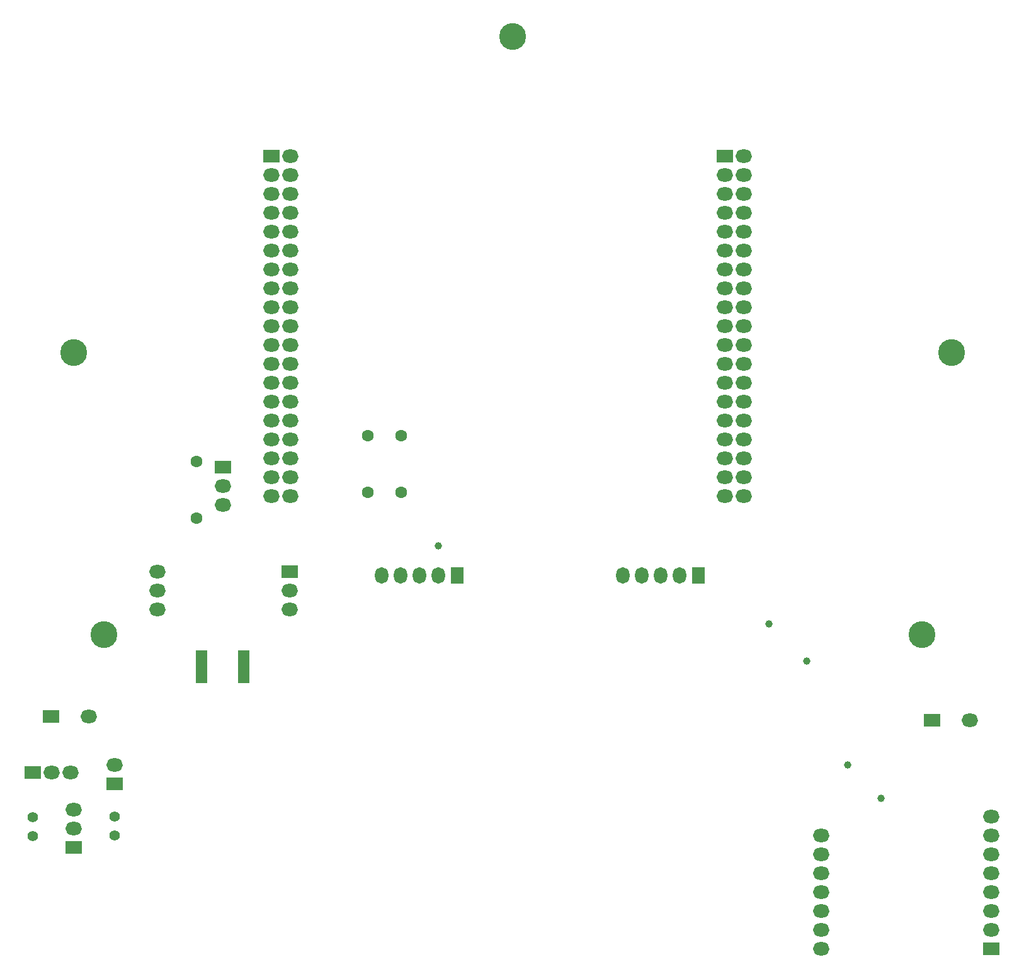
<source format=gbs>
%FSDAX23Y23*%
%MOIN*%
%SFA1B1*%

%IPPOS*%
%ADD11R,0.061000X0.173000*%
%ADD12R,0.071000X0.087000*%
%ADD13O,0.071000X0.087000*%
%ADD14R,0.087000X0.071000*%
%ADD15O,0.087000X0.071000*%
%ADD16C,0.063000*%
%ADD17R,0.087000X0.071000*%
%ADD18O,0.087000X0.071000*%
%ADD19C,0.142000*%
%ADD20C,0.055000*%
%ADD21C,0.039000*%
%LNbuoynode_pcb-1*%
%LPD*%
G54D11*
X-01647Y-00169D03*
X-01424D03*
G54D12*
X-00292Y00315D03*
X00984D03*
G54D13*
X-00392Y00315D03*
X-00492D03*
X-00592D03*
X-00692D03*
X00884D03*
X00784D03*
X00684D03*
X00584D03*
G54D14*
X02534Y-01663D03*
X-01278Y02534D03*
X01122D03*
X-02323Y-01124D03*
X-01181Y00335D03*
X-02444Y-00433D03*
X02221Y-00453D03*
X-02106Y-00789D03*
X-01535Y00887D03*
G54D15*
X02534Y-01563D03*
Y-01463D03*
Y-01363D03*
Y-01263D03*
Y-01163D03*
Y-01063D03*
Y-00963D03*
X01634Y-01663D03*
Y-01563D03*
Y-01463D03*
Y-01363D03*
Y-01263D03*
Y-01163D03*
Y-01063D03*
X-01178Y00734D03*
Y00834D03*
Y00934D03*
Y01034D03*
Y01134D03*
Y01234D03*
Y01334D03*
Y01434D03*
Y01534D03*
Y01634D03*
Y01734D03*
Y01834D03*
Y01934D03*
Y02034D03*
Y02134D03*
Y02234D03*
Y02334D03*
Y02434D03*
Y02534D03*
X-01278Y00734D03*
Y00834D03*
Y00934D03*
Y01034D03*
Y01134D03*
Y01234D03*
Y01334D03*
Y01434D03*
Y01534D03*
Y01634D03*
Y01734D03*
Y01834D03*
Y01934D03*
Y02034D03*
Y02134D03*
Y02234D03*
Y02334D03*
Y02434D03*
X01222Y02134D03*
Y01834D03*
Y01534D03*
Y01234D03*
Y02534D03*
Y02434D03*
Y02334D03*
Y02234D03*
Y02034D03*
Y01934D03*
Y01734D03*
Y01634D03*
Y01434D03*
Y01334D03*
Y01134D03*
Y01034D03*
Y00934D03*
Y00834D03*
Y00734D03*
X01122Y02134D03*
Y01834D03*
Y01534D03*
Y01234D03*
Y02434D03*
Y02334D03*
Y02234D03*
Y02034D03*
Y01934D03*
Y01734D03*
Y01634D03*
Y01434D03*
Y01334D03*
Y01134D03*
Y01034D03*
Y00934D03*
Y00834D03*
Y00734D03*
X-02323Y-01024D03*
Y-00924D03*
X-01181Y00235D03*
Y00135D03*
X-01881Y00335D03*
Y00235D03*
Y00135D03*
X-02244Y-00433D03*
X02421Y-00453D03*
X-02106Y-00689D03*
X-01535Y00687D03*
Y00787D03*
G54D16*
X-01673Y00918D03*
Y00618D03*
X-00591Y01056D03*
Y00756D03*
X-00768Y01056D03*
Y00756D03*
G54D17*
X-02541Y-00728D03*
G54D18*
X-02441Y-00728D03*
X-02341D03*
G54D19*
X-02165Y00000D03*
X00000Y03169D03*
X02165Y00000D03*
X-02323Y01496D03*
X02323D03*
G54D20*
X-02539Y-01065D03*
Y-00965D03*
X-02106Y-01063D03*
Y-00963D03*
G54D21*
X01358Y00059D03*
X-00394Y00472D03*
X01555Y-00138D03*
X01772Y-00689D03*
X01949Y-00866D03*
M02*
</source>
